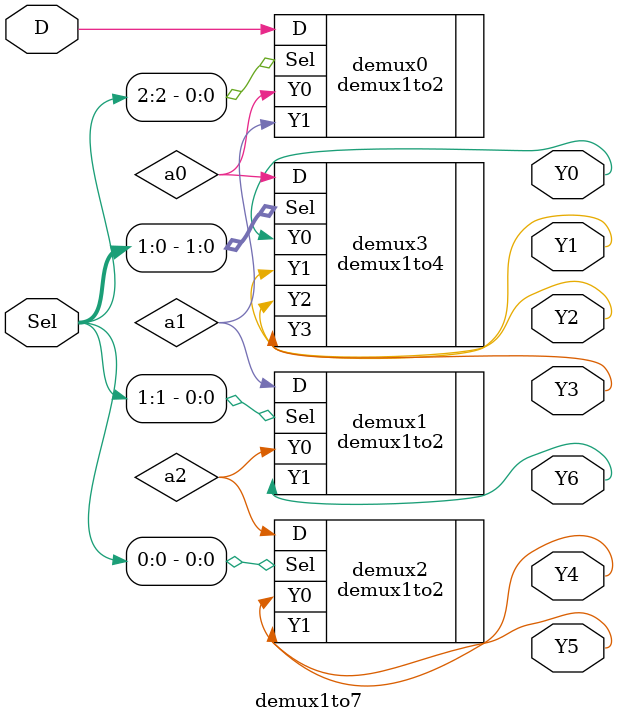
<source format=v>

`include "demux1to2.v"
`include "demux1to4.v"

// Module name and I/O port
module demux1to7 (Y0, Y1, Y2, Y3, Y4, Y5, Y6, Sel, D); 
 
// Input ports declaration
input [2:0] Sel;
input       D;

// Output ports declaration
output      Y0;
output      Y1;
output      Y2;
output      Y3;
output      Y4;
output      Y5;
output      Y6;

// Internal wires declaration
wire        a0;
wire        a1;
wire        a2;

// Hierarchical structure
demux1to2 demux0 (.Y0(a0), .Y1(a1), .Sel(Sel[2]), .D(D));
demux1to2 demux1 (.Y0(a2), .Y1(Y6), .Sel(Sel[1]), .D(a1));
demux1to2 demux2 (.Y0(Y4), .Y1(Y5), .Sel(Sel[0]), .D(a2));
demux1to4 demux3 (.Y0(Y0), .Y1(Y1), .Y2(Y2), .Y3(Y3), .Sel(Sel[1:0]), .D(a0));
endmodule


</source>
